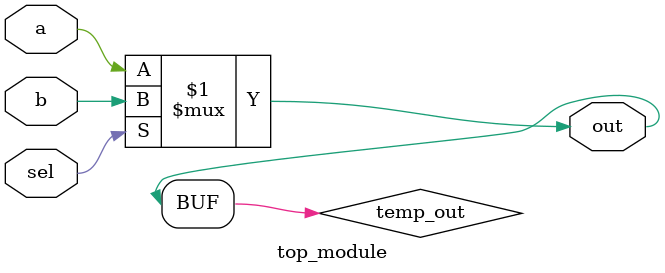
<source format=sv>
module top_module (
    input a,
    input b,
    input sel,
    output out
);

    wire temp_out;
    
    // 2-to-1 multiplexer logic
    assign temp_out = (sel) ? b : a;
    
    // Output of the multiplexer
    assign out = temp_out;

endmodule

</source>
